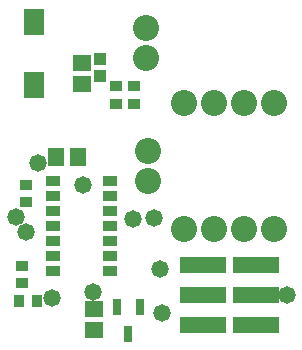
<source format=gbr>
G04 Layer_Color=8388736*
%FSLAX45Y45*%
%MOMM*%
%TF.FileFunction,Soldermask,Top*%
%TF.Part,Single*%
G01*
G75*
%TA.AperFunction,SMDPad,CuDef*%
%ADD29R,3.88320X1.47320*%
%ADD30R,0.80320X1.35320*%
%TA.AperFunction,ConnectorPad*%
%ADD31R,1.80320X2.20320*%
%TA.AperFunction,SMDPad,CuDef*%
%ADD32R,1.10320X0.90320*%
%ADD33R,0.90320X1.10320*%
%ADD34R,1.60320X1.40320*%
%ADD35R,1.10320X1.00320*%
%ADD36R,1.20320X0.85320*%
%ADD37R,1.40320X1.60320*%
%TA.AperFunction,ComponentPad*%
%ADD38C,2.20320*%
%TA.AperFunction,ViaPad*%
%ADD39C,1.47320*%
D29*
X558800Y0D02*
D03*
Y-254000D02*
D03*
Y-508000D02*
D03*
X114300D02*
D03*
Y-254000D02*
D03*
Y0D02*
D03*
D30*
X-520700Y-577901D02*
D03*
X-615701Y-352897D02*
D03*
X-425699D02*
D03*
D31*
X-1320800Y2063999D02*
D03*
Y1524000D02*
D03*
D32*
X-1422400Y-152400D02*
D03*
Y-2398D02*
D03*
X-472999Y1367399D02*
D03*
Y1517401D02*
D03*
X-625399D02*
D03*
Y1367399D02*
D03*
X-1384300Y534599D02*
D03*
Y684601D02*
D03*
D33*
X-1296599Y-304800D02*
D03*
X-1446601D02*
D03*
D34*
X-812800Y-547202D02*
D03*
Y-367198D02*
D03*
X-911098Y1715597D02*
D03*
Y1535598D02*
D03*
D35*
X-758698Y1606398D02*
D03*
Y1746402D02*
D03*
D36*
X-1155700Y457200D02*
D03*
Y330200D02*
D03*
Y203200D02*
D03*
X-673100D02*
D03*
Y330200D02*
D03*
Y457200D02*
D03*
X-1155700Y584200D02*
D03*
Y711200D02*
D03*
Y76200D02*
D03*
Y-50800D02*
D03*
X-673100Y76200D02*
D03*
Y-50800D02*
D03*
Y584200D02*
D03*
Y711200D02*
D03*
D37*
X-1130300Y914400D02*
D03*
X-950300D02*
D03*
D38*
X711200Y1371600D02*
D03*
X457200D02*
D03*
X203200D02*
D03*
X-50800D02*
D03*
X711200Y304800D02*
D03*
X457200D02*
D03*
X203200D02*
D03*
X-50800D02*
D03*
X-355600Y965200D02*
D03*
Y711200D02*
D03*
X-368300Y2006595D02*
D03*
Y1752595D02*
D03*
D39*
X-1290320Y871220D02*
D03*
X-307340Y403860D02*
D03*
X-485140Y391160D02*
D03*
X-901700Y683260D02*
D03*
X-1391920Y279400D02*
D03*
X-820420Y-223520D02*
D03*
X817880Y-254000D02*
D03*
X-1170940Y-274320D02*
D03*
X-256540Y-33020D02*
D03*
X-236220Y-398780D02*
D03*
X-1473200Y408940D02*
D03*
%TF.MD5,b0c3628516da032bcaa2b7c2ee7f6016*%
M02*

</source>
